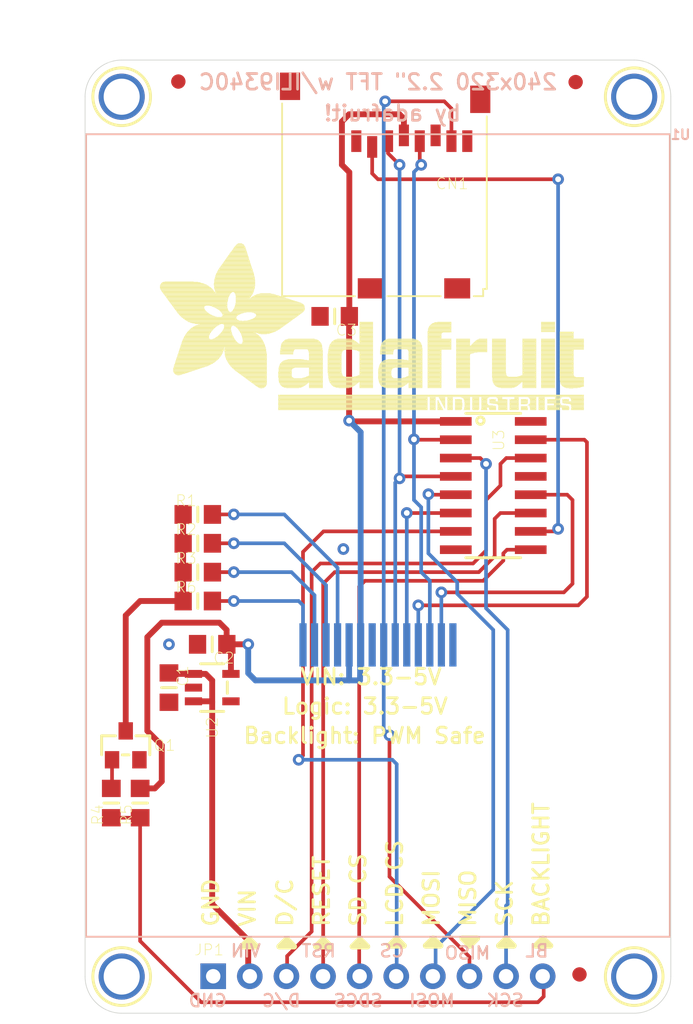
<source format=kicad_pcb>
(kicad_pcb (version 20211014) (generator pcbnew)
  (layers (0 "F.Cu" signal) (31 "B.Cu" signal) (34 "B.Paste" user) (35 "F.Paste" user) (36 "B.SilkS" user "B.Silkscreen") (37 "F.SilkS" user "F.Silkscreen") (38 "B.Mask" user) (39 "F.Mask" user) (44 "Edge.Cuts" user))
  (net 0 "")
  (net 1 "N$1")
  (net 2 "N$2")
  (net 3 "N$3")
  (net 4 "GND")
  (net 5 "3.3V")
  (net 6 "VIN")
  (net 7 "RESET_3V")
  (net 8 "SCLK_3V")
  (net 9 "MOSI_3V")
  (net 10 "LCDCS_3V")
  (net 11 "MISO")
  (net 12 "SDCS_3V")
  (net 13 "SCLK_5V")
  (net 14 "MOSI_5V")
  (net 15 "LCDCS_5V")
  (net 16 "SDCS_5V")
  (net 17 "RESET_5V")
  (net 18 "LEDK")
  (net 19 "BACKLIGHT")
  (net 20 "N$4")
  (net 21 "DC_5V")
  (net 22 "DC_3V")
  (net 23 "N$5")
  (footprint "Adafruit_2.2_SPI_240x320:MOUNTINGHOLE_2.5_PLATED" (layer "F.Cu") (at 166.2811 74.5236)
    (fp_text reference "U$3" hide)
    (fp_text value "MOUNTINGHOLE2.5" hide)
    (pad "P$1" thru_hole circle (at 0 0) (size 3.2 3.2) (drill 2.5) (layers *.Cu *.Mask))
  )
  (footprint "Adafruit_2.2_SPI_240x320:_0805MP" (layer "F.Cu") (at 136.0011 105.4636)
    (fp_text reference "R2" (at -1.5875 -0.9525) (layer "F.SilkS") (effects (font (size 0.75948 0.75948) (thickness 0.05332)) (justify left)))
    (fp_text value "10")
    (pad "1" smd rect (at -1.016 0) (size 1.2 1.3) (layers "F.Cu" "F.Paste" "F.Mask") (net 18 "LEDK"))
    (pad "2" smd rect (at 1.016 0) (size 1.2 1.3) (layers "F.Cu" "F.Paste" "F.Mask") (net 2 "N$2"))
  )
  (footprint "Adafruit_2.2_SPI_240x320:_0805MP" (layer "F.Cu") (at 145.5011 89.7416 180)
    (fp_text reference "C3" (at -1.5875 -0.9525) (layer "F.SilkS") (effects (font (size 0.75948 0.75948) (thickness 0.05332)) (justify right)))
    (fp_text value "10uF")
    (pad "1" smd rect (at -1.016 0 180) (size 1.2 1.3) (layers "F.Cu" "F.Paste" "F.Mask") (net 5 "3.3V"))
    (pad "2" smd rect (at 1.016 0 180) (size 1.2 1.3) (layers "F.Cu" "F.Paste" "F.Mask") (net 4 "GND"))
  )
  (footprint "Adafruit_2.2_SPI_240x320:MICROSD" (layer "F.Cu") (at 156.0011 88.2416 180)
    (fp_text reference "CN1" (at 1.18 7.69) (layer "F.SilkS") (effects (font (size 0.75948 0.75948) (thickness 0.05332)) (justify right)))
    (fp_text value "")
    (pad "1" smd rect (at 9 10.64 180) (size 0.7 1.5) (layers "F.Cu" "F.Paste" "F.Mask"))
    (pad "2" smd rect (at 7.9 10.24 180) (size 0.7 1.5) (layers "F.Cu" "F.Paste" "F.Mask") (net 12 "SDCS_3V"))
    (pad "3" smd rect (at 6.8 10.64 180) (size 0.7 1.5) (layers "F.Cu" "F.Paste" "F.Mask") (net 9 "MOSI_3V"))
    (pad "4" smd rect (at 5.7 11.04 180) (size 0.7 1.5) (layers "F.Cu" "F.Paste" "F.Mask") (net 5 "3.3V"))
    (pad "5" smd rect (at 4.6 10.64 180) (size 0.7 1.5) (layers "F.Cu" "F.Paste" "F.Mask") (net 8 "SCLK_3V"))
    (pad "6" smd rect (at 3.5 11.04 180) (size 0.7 1.5) (layers "F.Cu" "F.Paste" "F.Mask") (net 4 "GND"))
    (pad "7" smd rect (at 2.4 10.64 180) (size 0.7 1.5) (layers "F.Cu" "F.Paste" "F.Mask") (net 11 "MISO"))
    (pad "8" smd rect (at 1.3 10.64 180) (size 0.7 1.5) (layers "F.Cu" "F.Paste" "F.Mask"))
    (pad "CD1" smd rect (at 2 0.44 270) (size 1.4 1.8) (layers "F.Cu" "F.Paste" "F.Mask"))
    (pad "CD2" smd rect (at 8 0.44 270) (size 1.4 1.8) (layers "F.Cu" "F.Paste" "F.Mask"))
    (pad "MT1" smd rect (at 0.4 13.54 180) (size 1.4 1.9) (layers "F.Cu" "F.Paste" "F.Mask") (net 4 "GND"))
    (pad "MT2" smd rect (at 13.6 14.44 180) (size 1.4 1.9) (layers "F.Cu" "F.Paste" "F.Mask") (net 4 "GND"))
  )
  (footprint "Adafruit_2.2_SPI_240x320:_0805MP" (layer "F.Cu") (at 136.0011 107.4636)
    (fp_text reference "R3" (at -1.5875 -0.9525) (layer "F.SilkS") (effects (font (size 0.75948 0.75948) (thickness 0.05332)) (justify left)))
    (fp_text value "10")
    (pad "1" smd rect (at -1.016 0) (size 1.2 1.3) (layers "F.Cu" "F.Paste" "F.Mask") (net 18 "LEDK"))
    (pad "2" smd rect (at 1.016 0) (size 1.2 1.3) (layers "F.Cu" "F.Paste" "F.Mask") (net 3 "N$3"))
  )
  (footprint "Adafruit_2.2_SPI_240x320:_0805MP" (layer "F.Cu") (at 134.0011 115.4636 -90)
    (fp_text reference "C1" (at -1.5875 -0.9525 90) (layer "F.SilkS") (effects (font (size 0.75948 0.75948) (thickness 0.05332)) (justify right)))
    (fp_text value "10uF")
    (pad "1" smd rect (at -1.016 0 270) (size 1.2 1.3) (layers "F.Cu" "F.Paste" "F.Mask") (net 6 "VIN"))
    (pad "2" smd rect (at 1.016 0 270) (size 1.2 1.3) (layers "F.Cu" "F.Paste" "F.Mask") (net 4 "GND"))
  )
  (footprint "Adafruit_2.2_SPI_240x320:FIDUCIAL_1MM" (layer "F.Cu") (at 162.2171 73.5076)
    (fp_text reference "FID3" hide)
    (fp_text value "FIDUCIAL\"\"" hide)
    (pad "1" smd roundrect (at 0 0) (size 1 1) (layers "F.Cu" "F.Mask") (roundrect_rratio 0.5))
  )
  (footprint "Adafruit_2.2_SPI_240x320:FIDUCIAL_1MM" (layer "F.Cu") (at 134.6521 73.4716)
    (fp_text reference "FID2" hide)
    (fp_text value "FIDUCIAL\"\"" hide)
    (pad "1" smd roundrect (at 0 0) (size 1 1) (layers "F.Cu" "F.Mask") (roundrect_rratio 0.5))
  )
  (footprint "Adafruit_2.2_SPI_240x320:_0805MP" (layer "F.Cu") (at 137.0011 112.4636 180)
    (fp_text reference "C2" (at -1.5875 -0.9525) (layer "F.SilkS") (effects (font (size 0.75948 0.75948) (thickness 0.05332)) (justify right)))
    (fp_text value "10uF")
    (pad "1" smd rect (at -1.016 0 180) (size 1.2 1.3) (layers "F.Cu" "F.Paste" "F.Mask") (net 5 "3.3V"))
    (pad "2" smd rect (at 1.016 0 180) (size 1.2 1.3) (layers "F.Cu" "F.Paste" "F.Mask") (net 4 "GND"))
  )
  (footprint "Adafruit_2.2_SPI_240x320:SOT23-5" (layer "F.Cu") (at 137.0011 115.4636 -90)
    (fp_text reference "U2" (at 1.978 0 90) (layer "F.SilkS") (effects (font (size 0.75948 0.75948) (thickness 0.05332)) (justify right)))
    (fp_text value "RT9193-3.3")
    (pad "1" smd rect (at -0.95 1.3001 270) (size 0.55 1.2) (layers "F.Cu" "F.Paste" "F.Mask") (net 6 "VIN"))
    (pad "2" smd rect (at 0 1.3001 270) (size 0.55 1.2) (layers "F.Cu" "F.Paste" "F.Mask") (net 4 "GND"))
    (pad "3" smd rect (at 0.95 1.3001 270) (size 0.55 1.2) (layers "F.Cu" "F.Paste" "F.Mask") (net 6 "VIN"))
    (pad "4" smd rect (at 0.95 -1.3001 270) (size 0.55 1.2) (layers "F.Cu" "F.Paste" "F.Mask"))
    (pad "5" smd rect (at -0.95 -1.3001 270) (size 0.55 1.2) (layers "F.Cu" "F.Paste" "F.Mask") (net 5 "3.3V"))
  )
  (footprint "Adafruit_2.2_SPI_240x320:SOT23-WIDE" (layer "F.Cu") (at 131.0011 119.4636)
    (fp_text reference "Q1" (at 1.905 0) (layer "F.SilkS") (effects (font (size 0.75948 0.75948) (thickness 0.05332)) (justify left)))
    (fp_text value "2N2222")
    (pad "1" smd rect (at -0.95 1) (size 1 1.2) (layers "F.Cu" "F.Paste" "F.Mask") (net 20 "N$4"))
    (pad "2" smd rect (at 0.95 1) (size 1 1.2) (layers "F.Cu" "F.Paste" "F.Mask") (net 4 "GND"))
    (pad "3" smd rect (at 0 -1) (size 1 1.2) (layers "F.Cu" "F.Paste" "F.Mask") (net 18 "LEDK"))
  )
  (footprint "Adafruit_2.2_SPI_240x320:MOUNTINGHOLE_2.5_PLATED" (layer "F.Cu") (at 130.7211 74.5236)
    (fp_text reference "U$4" hide)
    (fp_text value "MOUNTINGHOLE2.5" hide)
    (pad "P$1" thru_hole circle (at 0 0) (size 3.2 3.2) (drill 2.5) (layers *.Cu *.Mask))
  )
  (footprint "Adafruit_2.2_SPI_240x320:MOUNTINGHOLE_2.5_PLATED" (layer "F.Cu") (at 166.2811 135.4836)
    (fp_text reference "U$5" hide)
    (fp_text value "MOUNTINGHOLE2.5" hide)
    (pad "P$1" thru_hole circle (at 0 0) (size 3.2 3.2) (drill 2.5) (layers *.Cu *.Mask))
  )
  (footprint "Adafruit_2.2_SPI_240x320:SOIC16" (layer "F.Cu") (at 156.5011 101.4636 -90)
    (fp_text reference "U3" (at -3.937 -0.381 90) (layer "F.SilkS") (effects (font (size 0.75948 0.75948) (thickness 0.05332)) (justify right)))
    (fp_text value "74HC4050D")
    (pad "1" smd rect (at -4.445 2.6 270) (size 0.6 2.2) (layers "F.Cu" "F.Paste" "F.Mask") (net 5 "3.3V"))
    (pad "2" smd rect (at -3.175 2.6 270) (size 0.6 2.2) (layers "F.Cu" "F.Paste" "F.Mask") (net 8 "SCLK_3V"))
    (pad "3" smd rect (at -1.905 2.6 270) (size 0.6 2.2) (layers "F.Cu" "F.Paste" "F.Mask") (net 13 "SCLK_5V"))
    (pad "4" smd rect (at -0.635 2.6 270) (size 0.6 2.2) (layers "F.Cu" "F.Paste" "F.Mask") (net 9 "MOSI_3V"))
    (pad "5" smd rect (at 0.635 2.6 270) (size 0.6 2.2) (layers "F.Cu" "F.Paste" "F.Mask") (net 14 "MOSI_5V"))
    (pad "6" smd rect (at 1.905 2.6 270) (size 0.6 2.2) (layers "F.Cu" "F.Paste" "F.Mask") (net 10 "LCDCS_3V"))
    (pad "7" smd rect (at 3.175 2.6 270) (size 0.6 2.2) (layers "F.Cu" "F.Paste" "F.Mask") (net 15 "LCDCS_5V"))
    (pad "8" smd rect (at 4.445 2.6 270) (size 0.6 2.2) (layers "F.Cu" "F.Paste" "F.Mask") (net 4 "GND"))
    (pad "9" smd rect (at 4.445 -2.6 270) (size 0.6 2.2) (layers "F.Cu" "F.Paste" "F.Mask") (net 16 "SDCS_5V"))
    (pad "10" smd rect (at 3.175 -2.6 270) (size 0.6 2.2) (layers "F.Cu" "F.Paste" "F.Mask") (net 12 "SDCS_3V"))
    (pad "11" smd rect (at 1.905 -2.6 270) (size 0.6 2.2) (layers "F.Cu" "F.Paste" "F.Mask") (net 17 "RESET_5V"))
    (pad "12" smd rect (at 0.635 -2.6 270) (size 0.6 2.2) (layers "F.Cu" "F.Paste" "F.Mask") (net 7 "RESET_3V"))
    (pad "13" smd rect (at -0.635 -2.6 270) (size 0.6 2.2) (layers "F.Cu" "F.Paste" "F.Mask"))
    (pad "14" smd rect (at -1.905 -2.6 270) (size 0.6 2.2) (layers "F.Cu" "F.Paste" "F.Mask") (net 21 "DC_5V"))
    (pad "15" smd rect (at -3.175 -2.6 270) (size 0.6 2.2) (layers "F.Cu" "F.Paste" "F.Mask") (net 22 "DC_3V"))
    (pad "16" smd rect (at -4.445 -2.6 270) (size 0.6 2.2) (layers "F.Cu" "F.Paste" "F.Mask"))
  )
  (footprint "Adafruit_2.2_SPI_240x320:1X10_ROUND70" (layer "F.Cu") (at 148.5011 135.4636)
    (fp_text reference "JP1" (at -12.7762 -1.8288) (layer "F.SilkS") (effects (font (size 0.75948 0.75948) (thickness 0.05332)) (justify left)))
    (fp_text value "")
    (pad "1" thru_hole rect (at -11.43 0 90) (size 1.778 1.778) (drill 1) (layers *.Cu *.Mask) (net 4 "GND"))
    (pad "2" thru_hole circle (at -8.89 0 90) (size 1.778 1.778) (drill 1) (layers *.Cu *.Mask) (net 6 "VIN"))
    (pad "3" thru_hole circle (at -6.35 0 90) (size 1.778 1.778) (drill 1) (layers *.Cu *.Mask) (net 21 "DC_5V"))
    (pad "4" thru_hole circle (at -3.81 0 90) (size 1.778 1.778) (drill 1) (layers *.Cu *.Mask) (net 17 "RESET_5V"))
    (pad "5" thru_hole circle (at -1.27 0 90) (size 1.778 1.778) (drill 1) (layers *.Cu *.Mask) (net 16 "SDCS_5V"))
    (pad "6" thru_hole circle (at 1.27 0 90) (size 1.778 1.778) (drill 1) (layers *.Cu *.Mask) (net 15 "LCDCS_5V"))
    (pad "7" thru_hole circle (at 3.81 0 90) (size 1.778 1.778) (drill 1) (layers *.Cu *.Mask) (net 14 "MOSI_5V"))
    (pad "8" thru_hole circle (at 6.35 0 90) (size 1.778 1.778) (drill 1) (layers *.Cu *.Mask) (net 11 "MISO"))
    (pad "9" thru_hole circle (at 8.89 0 90) (size 1.778 1.778) (drill 1) (layers *.Cu *.Mask) (net 13 "SCLK_5V"))
    (pad "10" thru_hole circle (at 11.43 0 90) (size 1.778 1.778) (drill 1) (layers *.Cu *.Mask) (net 19 "BACKLIGHT"))
  )
  (footprint "Adafruit_2.2_SPI_240x320:FIDUCIAL_1MM" (layer "F.Cu") (at 162.4851 135.3366)
    (fp_text reference "FID1" hide)
    (fp_text value "FIDUCIAL\"\"" hide)
    (pad "1" smd roundrect (at 0 0) (size 1 1) (layers "F.Cu" "F.Mask") (roundrect_rratio 0.5))
  )
  (footprint "Adafruit_2.2_SPI_240x320:_0805MP" (layer "F.Cu") (at 136.0011 103.4636)
    (fp_text reference "R1" (at -1.5875 -0.9525) (layer "F.SilkS") (effects (font (size 0.75948 0.75948) (thickness 0.05332)) (justify left)))
    (fp_text value "10")
    (pad "1" smd rect (at -1.016 0) (size 1.2 1.3) (layers "F.Cu" "F.Paste" "F.Mask") (net 18 "LEDK"))
    (pad "2" smd rect (at 1.016 0) (size 1.2 1.3) (layers "F.Cu" "F.Paste" "F.Mask") (net 1 "N$1"))
  )
  (footprint "Adafruit_2.2_SPI_240x320:ADAFRUIT_TEXT_30MM" (layer "F.Cu") (at 133.1361 96.2256)
    (fp_text reference "U$20" hide)
    (fp_text value "" hide)
  )
  (footprint "Adafruit_2.2_SPI_240x320:MOUNTINGHOLE_2.5_PLATED" (layer "F.Cu") (at 130.7211 135.4836)
    (fp_text reference "U$2" hide)
    (fp_text value "MOUNTINGHOLE2.5" hide)
    (pad "P$1" thru_hole circle (at 0 0) (size 3.2 3.2) (drill 2.5) (layers *.Cu *.Mask))
  )
  (footprint "Adafruit_2.2_SPI_240x320:_0805MP" (layer "F.Cu") (at 136.0011 109.4636)
    (fp_text reference "R6" (at -1.5875 -0.9525) (layer "F.SilkS") (effects (font (size 0.75948 0.75948) (thickness 0.05332)) (justify left)))
    (fp_text value "10")
    (pad "1" smd rect (at -1.016 0) (size 1.2 1.3) (layers "F.Cu" "F.Paste" "F.Mask") (net 18 "LEDK"))
    (pad "2" smd rect (at 1.016 0) (size 1.2 1.3) (layers "F.Cu" "F.Paste" "F.Mask") (net 23 "N$5"))
  )
  (footprint "Adafruit_2.2_SPI_240x320:_0805MP" (layer "F.Cu") (at 130.0011 123.4636 90)
    (fp_text reference "R4" (at -1.5875 -0.9525 90) (layer "F.SilkS") (effects (font (size 0.75948 0.75948) (thickness 0.05332)) (justify left)))
    (fp_text value "1K")
    (pad "1" smd rect (at -1.016 0 90) (size 1.2 1.3) (layers "F.Cu" "F.Paste" "F.Mask") (net 19 "BACKLIGHT"))
    (pad "2" smd rect (at 1.016 0 90) (size 1.2 1.3) (layers "F.Cu" "F.Paste" "F.Mask") (net 20 "N$4"))
  )
  (footprint "Adafruit_2.2_SPI_240x320:_0805MP" (layer "F.Cu") (at 132.0011 123.4636 90)
    (fp_text reference "R5" (at -1.5875 -0.9525 90) (layer "F.SilkS") (effects (font (size 0.75948 0.75948) (thickness 0.05332)) (justify left)))
    (fp_text value "10K")
    (pad "1" smd rect (at -1.016 0 90) (size 1.2 1.3) (layers "F.Cu" "F.Paste" "F.Mask") (net 19 "BACKLIGHT"))
    (pad "2" smd rect (at 1.016 0 90) (size 1.2 1.3) (layers "F.Cu" "F.Paste" "F.Mask") (net 5 "3.3V"))
  )
  (footprint "Adafruit_2.2_SPI_240x320:TM022HDH26_2.2IN_LCD" (layer "B.Cu") (at 148.5011 102.8446 180)
    (fp_text reference "U1" (at -20.233 26.081) (layer "B.SilkS") (effects (font (size 0.666496 0.666496) (thickness 0.146304)) (justify right top mirror)))
    (fp_text value "")
    (pad "" np_thru_hole circle (at -6.65 -10.01 180) (size 1 1) (drill 1) (layers *.Cu *.Mask))
    (pad "" np_thru_hole circle (at -18.5 -26.58 180) (size 1 1) (drill 1) (layers *.Cu *.Mask))
    (pad "" np_thru_hole circle (at 6.65 -10.01 180) (size 1 1) (drill 1) (layers *.Cu *.Mask))
    (pad "" np_thru_hole circle (at -18.5 19.92 180) (size 1 1) (drill 1) (layers *.Cu *.Mask))
    (pad "" np_thru_hole circle (at 18.5 -26.58 180) (size 1 1) (drill 1) (layers *.Cu *.Mask))
    (pad "" np_thru_hole circle (at 18.5 19.92 180) (size 1 1) (drill 1) (layers *.Cu *.Mask))
    (pad "1" smd rect (at -5.2 -9.66 180) (size 0.5 3) (layers "B.Cu" "B.Paste" "B.Mask") (net 4 "GND"))
    (pad "2" smd rect (at -4.4 -9.66 180) (size 0.5 3) (layers "B.Cu" "B.Paste" "B.Mask") (net 7 "RESET_3V"))
    (pad "3" smd rect (at -3.6 -9.66 180) (size 0.5 3) (layers "B.Cu" "B.Paste" "B.Mask") (net 8 "SCLK_3V"))
    (pad "4" smd rect (at -2.8 -9.66 180) (size 0.5 3) (layers "B.Cu" "B.Paste" "B.Mask") (net 22 "DC_3V"))
    (pad "5" smd rect (at -2 -9.66 180) (size 0.5 3) (layers "B.Cu" "B.Paste" "B.Mask") (net 10 "LCDCS_3V"))
    (pad "6" smd rect (at -1.2 -9.66 180) (size 0.5 3) (layers "B.Cu" "B.Paste" "B.Mask") (net 9 "MOSI_3V"))
    (pad "7" smd rect (at -0.4 -9.66 180) (size 0.5 3) (layers "B.Cu" "B.Paste" "B.Mask") (net 11 "MISO"))
    (pad "8" smd rect (at 0.4 -9.66 180) (size 0.5 3) (layers "B.Cu" "B.Paste" "B.Mask") (net 4 "GND"))
    (pad "9" smd rect (at 1.2 -9.66 180) (size 0.5 3) (layers "B.Cu" "B.Paste" "B.Mask") (net 5 "3.3V"))
    (pad "10" smd rect (at 2 -9.66 180) (size 0.5 3) (layers "B.Cu" "B.Paste" "B.Mask") (net 5 "3.3V"))
    (pad "11" smd rect (at 2.8 -9.66 180) (size 0.5 3) (layers "B.Cu" "B.Paste" "B.Mask") (net 1 "N$1"))
    (pad "12" smd rect (at 3.6 -9.66 180) (size 0.5 3) (layers "B.Cu" "B.Paste" "B.Mask") (net 2 "N$2"))
    (pad "13" smd rect (at 4.4 -9.66 180) (size 0.5 3) (layers "B.Cu" "B.Paste" "B.Mask") (net 3 "N$3"))
    (pad "14" smd rect (at 5.2 -9.66 180) (size 0.5 3) (layers "B.Cu" "B.Paste" "B.Mask") (net 23 "N$5"))
  )
  (gr_line (start 145.2191 133.3996) (end 144.7111 132.8916) (layer "F.SilkS") (width 0.4064))
  (gr_line (start 160.4591 133.3456) (end 159.9511 132.8376) (layer "F.SilkS") (width 0.4064))
  (gr_line (start 142.6791 133.3996) (end 142.1711 132.8916) (layer "F.SilkS") (width 0.4064))
  (gr_line (start 147.2511 132.8916) (end 146.7431 133.3996) (layer "F.SilkS") (width 0.4064))
  (gr_line (start 147.7591 133.3996) (end 147.2511 132.8916) (layer "F.SilkS") (width 0.4064))
  (gr_line (start 149.2831 133.3456) (end 150.2991 133.3456) (layer "F.SilkS") (width 0.4064))
  (gr_line (start 144.2031 133.3996) (end 145.2191 133.3996) (layer "F.SilkS") (width 0.4064))
  (gr_line (start 159.9511 132.8376) (end 159.4431 133.3456) (layer "F.SilkS") (width 0.4064))
  (gr_line (start 155.3791 132.8376) (end 154.3631 132.8376) (layer "F.SilkS") (width 0.4064))
  (gr_line (start 156.9031 133.3456) (end 157.9191 133.3456) (layer "F.SilkS") (width 0.4064))
  (gr_line (start 141.6631 133.3996) (end 142.6791 133.3996) (layer "F.SilkS") (width 0.4064))
  (gr_line (start 150.2991 133.3456) (end 149.7911 132.8376) (layer "F.SilkS") (width 0.4064))
  (gr_line (start 152.8391 133.3456) (end 152.3311 132.8376) (layer "F.SilkS") (width 0.4064))
  (gr_line (start 139.0631 133.3996) (end 140.0791 133.3996) (layer "F.SilkS") (width 0.4064))
  (gr_line (start 140.0791 133.3996) (end 139.5711 132.8916) (layer "F.SilkS") (width 0.4064))
  (gr_line (start 159.4431 133.3456) (end 160.4591 133.3456) (layer "F.SilkS") (width 0.4064))
  (gr_line (start 149.7911 132.8376) (end 149.2831 133.3456) (layer "F.SilkS") (width 0.4064))
  (gr_line (start 154.3631 132.8376) (end 154.8711 133.3456) (layer "F.SilkS") (width 0.4064))
  (gr_line (start 146.7431 133.3996) (end 147.7591 133.3996) (layer "F.SilkS") (width 0.4064))
  (gr_line (start 151.8231 133.3456) (end 152.8391 133.3456) (layer "F.SilkS") (width 0.4064))
  (gr_line (start 152.3311 132.8376) (end 151.8231 133.3456) (layer "F.SilkS") (width 0.4064))
  (gr_line (start 157.9191 133.3456) (end 157.4111 132.8376) (layer "F.SilkS") (width 0.4064))
  (gr_line (start 142.1711 132.8916) (end 141.6631 133.3996) (layer "F.SilkS") (width 0.4064))
  (gr_line (start 144.7111 132.8916) (end 144.2031 133.3996) (layer "F.SilkS") (width 0.4064))
  (gr_line (start 139.5711 132.8916) (end 139.0631 133.3996) (layer "F.SilkS") (width 0.4064))
  (gr_line (start 154.8711 133.3456) (end 155.3791 132.8376) (layer "F.SilkS") (width 0.4064))
  (gr_line (start 157.4111 132.8376) (end 156.9031 133.3456) (layer "F.SilkS") (width 0.4064))
  (gr_arc (start 168.8211 135.4836) (mid 168.077151 137.279651) (end 166.2811 138.0236) (layer "Edge.Cuts") (width 0.05))
  (gr_arc (start 128.1811 74.5236) (mid 128.925049 72.727549) (end 130.7211 71.9836) (layer "Edge.Cuts") (width 0.05))
  (gr_line (start 168.8211 135.4836) (end 168.8211 74.5236) (layer "Edge.Cuts") (width 0.05))
  (gr_line (start 166.2811 71.9836) (end 130.7211 71.9836) (layer "Edge.Cuts") (width 0.05))
  (gr_arc (start 166.2811 71.9836) (mid 168.077151 72.727549) (end 168.8211 74.5236) (layer "Edge.Cuts") (width 0.05))
  (gr_arc (start 130.7211 138.0236) (mid 128.925049 137.279651) (end 128.1811 135.4836) (layer "Edge.Cuts") (width 0.05))
  (gr_line (start 130.7211 138.0236) (end 166.2811 138.0236) (layer "Edge.Cuts") (width 0.05))
  (gr_line (start 128.1811 74.5236) (end 128.1811 135.4836) (layer "Edge.Cuts") (width 0.05))
  (gr_text "D/C" (at 143.2131 137.6596) (layer "B.SilkS") (effects (font (size 0.8636 0.8636) (thickness 0.1524)) (justify left bottom mirror)))
  (gr_text "RST" (at 145.6591 134.2096) (layer "B.SilkS") (effects (font (size 0.8636 0.8636) (thickness 0.1524)) (justify left bottom mirror)))
  (gr_text "SDCS" (at 148.9131 137.6596) (layer "B.SilkS") (effects (font (size 0.8636 0.8636) (thickness 0.1524)) (justify left bottom mirror)))
  (gr_text "BL" (at 160.4131 134.2096) (layer "B.SilkS") (effects (font (size 0.8636 0.8636) (thickness 0.1524)) (justify left bottom mirror)))
  (gr_text "240x320 2.2\" TFT w/ILI9340C" (at 148.5011 73.5076) (layer "B.SilkS") (effects (font (size 1.0795 1.0795) (thickness 0.1905)) (justify mirror)))
  (gr_text "GND" (at 138.1131 137.6596) (layer "B.SilkS") (effects (font (size 0.8636 0.8636) (thickness 0.1524)) (justify left bottom mirror)))
  (gr_text "VIN" (at 140.4591 134.2096) (layer "B.SilkS") (effects (font (size 0.8636 0.8636) (thickness 0.1524)) (justify left bottom mirror)))
  (gr_text "CS" (at 150.4131 134.2096) (layer "B.SilkS") (effects (font (size 0.8636 0.8636) (thickness 0.1524)) (justify left bottom mirror)))
  (gr_text "MISO" (at 156.3731 134.3576) (layer "B.SilkS") (effects (font (size 0.8636 0.8636) (thickness 0.1524)) (justify left bottom mirror)))
  (gr_text "by adafruit!" (at 149.5171 75.6666) (layer "B.SilkS") (effects (font (size 1.0795 1.0795) (thickness 0.1905)) (justify mirror)))
  (gr_text "MOSI" (at 153.9131 137.6596) (layer "B.SilkS") (effects (font (size 0.8636 0.8636) (thickness 0.1524)) (justify left bottom mirror)))
  (gr_text "SCK" (at 158.7071 137.6386) (layer "B.SilkS") (effects (font (size 0.8636 0.8636) (thickness 0.1524)) (justify left bottom mirror)))
  (gr_text "BACKLIGHT" (at 160.4591 132.1296 90) (layer "F.SilkS") (effects (font (size 1.0795 1.0795) (thickness 0.1905)) (justify left bottom)))
  (gr_text "Backlight: PWM Safe" (at 139.0741 119.4216) (layer "F.SilkS") (effects (font (size 1.0795 1.0795) (thickness 0.1905)) (justify left bottom)))
  (gr_text "Logic: 3.3-5V" (at 141.7411 117.3896) (layer "F.SilkS") (effects (font (size 1.0795 1.0795) (thickness 0.1905)) (justify left bottom)))
  (gr_text "D/C" (at 142.6791 132.1296 90) (layer "F.SilkS") (effects (font (size 1.0795 1.0795) (thickness 0.1905)) (justify left bottom)))
  (gr_text "GND" (at 137.5391 132.1296 90) (layer "F.SilkS") (effects (font (size 1.0795 1.0795) (thickness 0.1905)) (justify left bottom)))
  (gr_text "RESET" (at 145.2191 132.1296 90) (layer "F.SilkS") (effects (font (size 1.0795 1.0795) (thickness 0.1905)) (justify left bottom)))
  (gr_text "LCD CS" (at 150.2991 132.1296 90) (layer "F.SilkS") (effects (font (size 1.0795 1.0795) (thickness 0.1905)) (justify left bottom)))
  (gr_text "MISO" (at 155.3791 132.1296 90) (layer "F.SilkS") (effects (font (size 1.0795 1.0795) (thickness 0.1905)) (justify left bottom)))
  (gr_text "SCK" (at 157.9191 132.1296 90) (layer "F.SilkS") (effects (font (size 1.0795 1.0795) (thickness 0.1905)) (justify left bottom)))
  (gr_text "SD CS" (at 147.7591 132.1296 90) (layer "F.SilkS") (effects (font (size 1.0795 1.0795) (thickness 0.1905)) (justify left bottom)))
  (gr_text "VIN: 3.3-5V" (at 143.0111 115.3576) (layer "F.SilkS") (effects (font (size 1.0795 1.0795) (thickness 0.1905)) (justify left bottom)))
  (gr_text "MOSI" (at 152.8391 132.1296 90) (layer "F.SilkS") (effects (font (size 1.0795 1.0795) (thickness 0.1905)) (justify left bottom)))
  (gr_text "VIN" (at 140.0791 132.1296 90) (layer "F.SilkS") (effects (font (size 1.0795 1.0795) (thickness 0.1905)) (justify left bottom)))
  (segment (start 138.5011 103.4636) (end 137.0171 103.4636) (width 0.254) (layer "F.Cu") (net 1))
  (via (at 138.5011 103.4636) (size 0.8064) (drill 0.4) (layers "F.Cu" "B.Cu") (net 1))
  (segment (start 142.0011 103.4636) (end 138.5011 103.4636) (width 0.254) (layer "B.Cu") (net 1))
  (segment (start 145.7011 107.1636) (end 142.0011 103.4636) (width 0.254) (layer "B.Cu") (net 1))
  (segment (start 145.7011 112.5046) (end 145.7011 107.1636) (width 0.254) (layer "B.Cu") (net 1))
  (segment (start 138.5011 105.4636) (end 137.0171 105.4636) (width 0.254) (layer "F.Cu") (net 2))
  (via (at 138.5011 105.4636) (size 0.8064) (drill 0.4) (layers "F.Cu" "B.Cu") (net 2))
  (segment (start 144.9011 112.5046) (end 144.9011 108.3636) (width 0.254) (layer "B.Cu") (net 2))
  (segment (start 142.0011 105.4636) (end 138.5011 105.4636) (width 0.254) (layer "B.Cu") (net 2))
  (segment (start 144.9011 108.3636) (end 142.0011 105.4636) (width 0.254) (layer "B.Cu") (net 2))
  (segment (start 138.5011 107.4636) (end 137.0171 107.4636) (width 0.254) (layer "F.Cu") (net 3))
  (via (at 138.5011 107.4636) (size 0.8064) (drill 0.4) (layers "F.Cu" "B.Cu") (net 3))
  (segment (start 142.5011 107.4636) (end 138.5011 107.4636) (width 0.254) (layer "B.Cu") (net 3))
  (segment (start 144.1011 112.5046) (end 144.1011 109.0636) (width 0.254) (layer "B.Cu") (net 3))
  (segment (start 144.1011 109.0636) (end 142.5011 107.4636) (width 0.254) (layer "B.Cu") (net 3))
  (via (at 134.0011 112.4636) (size 0.8064) (drill 0.4) (layers "F.Cu" "B.Cu") (net 4))
  (via (at 146.1011 105.8636) (size 0.8064) (drill 0.4) (layers "F.Cu" "B.Cu") (net 4))
  (segment (start 133.0171 122.4476) (end 133.5011 121.9636) (width 0.4064) (layer "F.Cu") (net 5))
  (segment (start 138.3012 114.5136) (end 138.3012 112.7477) (width 0.4064) (layer "F.Cu") (net 5))
  (segment (start 132.5011 111.9636) (end 133.5011 110.9636) (width 0.4064) (layer "F.Cu") (net 5))
  (segment (start 146.5011 89.7576) (end 146.5171 89.7416) (width 0.4064) (layer "F.Cu") (net 5))
  (segment (start 138.0011 111.4636) (end 138.0011 112.4476) (width 0.4064) (layer "F.Cu") (net 5))
  (segment (start 133.5011 110.9636) (end 137.5011 110.9636) (width 0.4064) (layer "F.Cu") (net 5))
  (segment (start 150.3011 77.2016) (end 150.3011 76.0416) (width 0.4064) (layer "F.Cu") (net 5))
  (segment (start 137.5011 110.9636) (end 138.0011 111.4636) (width 0.4064) (layer "F.Cu") (net 5))
  (segment (start 146.5171 79.7576) (end 146.0011 79.2416) (width 0.4064) (layer "F.Cu") (net 5))
  (segment (start 146.5171 89.7416) (end 146.5171 79.7576) (width 0.4064) (layer "F.Cu") (net 5))
  (segment (start 133.5011 121.9636) (end 133.5011 119.4636) (width 0.4064) (layer "F.Cu") (net 5))
  (segment (start 146.5011 96.9636) (end 146.5011 89.7576) (width 0.4064) (layer "F.Cu") (net 5))
  (segment (start 146.0011 79.2416) (end 146.0011 76.2416) (width 0.4064) (layer "F.Cu") (net 5))
  (segment (start 146.5561 97.0186) (end 146.5011 96.9636) (width 0.4064) (layer "F.Cu") (net 5))
  (segment (start 138.0011 112.4476) (end 138.0171 112.4636) (width 0.4064) (layer "F.Cu") (net 5))
  (segment (start 153.9011 97.0186) (end 146.5561 97.0186) (width 0.4064) (layer "F.Cu") (net 5))
  (segment (start 138.3012 112.7477) (end 138.0171 112.4636) (width 0.4064) (layer "F.Cu") (net 5))
  (segment (start 133.5011 119.4636) (end 132.5011 118.4636) (width 0.4064) (layer "F.Cu") (net 5))
  (segment (start 146.0011 76.2416) (end 146.5011 75.7416) (width 0.4064) (layer "F.Cu") (net 5))
  (segment (start 139.5011 112.4636) (end 138.0171 112.4636) (width 0.4064) (layer "F.Cu") (net 5))
  (segment (start 150.3011 76.0416) (end 150.0011 75.7416) (width 0.4064) (layer "F.Cu") (net 5))
  (segment (start 132.0011 122.4476) (end 133.0171 122.4476) (width 0.4064) (layer "F.Cu") (net 5))
  (segment (start 146.5011 75.7416) (end 150.0011 75.7416) (width 0.4064) (layer "F.Cu") (net 5))
  (segment (start 132.5011 118.4636) (end 132.5011 111.9636) (width 0.4064) (layer "F.Cu") (net 5))
  (via (at 146.5011 96.9636) (size 0.8064) (drill 0.4) (layers "F.Cu" "B.Cu") (net 5))
  (via (at 139.5011 112.4636) (size 0.8064) (drill 0.4) (layers "F.Cu" "B.Cu") (net 5))
  (segment (start 139.5011 114.4636) (end 139.5011 112.4636) (width 0.4064) (layer "B.Cu") (net 5))
  (segment (start 147.3011 112.5046) (end 147.3011 97.7636) (width 0.4064) (layer "B.Cu") (net 5))
  (segment (start 147.2551 114.9636) (end 146.5011 114.9636) (width 0.4064) (layer "B.Cu") (net 5))
  (segment (start 147.3011 97.7636) (end 146.5011 96.9636) (width 0.4064) (layer "B.Cu") (net 5))
  (segment (start 146.5011 112.5046) (end 146.5011 114.9636) (width 0.4064) (layer "B.Cu") (net 5))
  (segment (start 140.0011 114.9636) (end 139.5011 114.4636) (width 0.4064) (layer "B.Cu") (net 5))
  (segment (start 147.3011 112.5046) (end 147.2551 114.9636) (width 0.4064) (layer "B.Cu") (net 5))
  (segment (start 146.5011 114.9636) (end 140.0011 114.9636) (width 0.4064) (layer "B.Cu") (net 5))
  (segment (start 135.701 116.4136) (end 136.9511 116.4136) (width 0.4064) (layer "F.Cu") (net 6))
  (segment (start 134.0671 114.5136) (end 134.0011 114.4476) (width 0.4064) (layer "F.Cu") (net 6))
  (segment (start 136.9511 116.4136) (end 137.0011 116.4636) (width 0.4064) (layer "F.Cu") (net 6))
  (segment (start 135.701 114.5136) (end 134.0671 114.5136) (width 0.4064) (layer "F.Cu") (net 6))
  (segment (start 137.0011 114.9636) (end 137.0011 116.4636) (width 0.4064) (layer "F.Cu") (net 6))
  (segment (start 139.5011 135.3536) (end 139.6111 135.4636) (width 0.4064) (layer "F.Cu") (net 6))
  (segment (start 139.5011 132.9636) (end 139.5011 135.3536) (width 0.4064) (layer "F.Cu") (net 6))
  (segment (start 135.701 114.5136) (end 136.5511 114.5136) (width 0.4064) (layer "F.Cu") (net 6))
  (segment (start 137.0011 130.4636) (end 139.5011 132.9636) (width 0.4064) (layer "F.Cu") (net 6))
  (segment (start 137.0011 116.4636) (end 137.0011 130.4636) (width 0.4064) (layer "F.Cu") (net 6))
  (segment (start 136.5511 114.5136) (end 137.0011 114.9636) (width 0.4064) (layer "F.Cu") (net 6))
  (segment (start 162.0011 108.2636) (end 161.4011 108.8636) (width 0.254) (layer "F.Cu") (net 7))
  (segment (start 152.9011 108.8636) (end 161.4011 108.8636) (width 0.254) (layer "F.Cu") (net 7))
  (segment (start 159.1011 102.0986) (end 161.6361 102.0986) (width 0.254) (layer "F.Cu") (net 7))
  (segment (start 161.6361 102.0986) (end 162.0011 102.4636) (width 0.254) (layer "F.Cu") (net 7))
  (segment (start 162.0011 102.4636) (end 162.0011 108.2636) (width 0.254) (layer "F.Cu") (net 7))
  (via (at 152.9011 108.8636) (size 0.8064) (drill 0.4) (layers "F.Cu" "B.Cu") (net 7))
  (segment (start 152.9011 112.5046) (end 152.9011 108.8636) (width 0.254) (layer "B.Cu") (net 7))
  (segment (start 151.4011 79.1416) (end 151.5011 79.2416) (width 0.254) (layer "F.Cu") (net 8))
  (segment (start 151.1761 98.2886) (end 151.0011 98.2636) (width 0.254) (layer "F.Cu") (net 8))
  (segment (start 153.9011 98.2886) (end 151.1761 98.2886) (width 0.254) (layer "F.Cu") (net 8))
  (segment (start 151.4011 77.6016) (end 151.4011 79.1416) (width 0.254) (layer "F.Cu") (net 8))
  (via (at 151.0011 98.2636) (size 0.8064) (drill 0.4) (layers "F.Cu" "B.Cu") (net 8))
  (via (at 151.5011 79.2416) (size 0.8064) (drill 0.4) (layers "F.Cu" "B.Cu") (net 8))
  (segment (start 151.0011 102.4636) (end 151.0011 98.2636) (width 0.254) (layer "B.Cu") (net 8))
  (segment (start 151.5011 79.2416) (end 151.0011 79.7416) (width 0.254) (layer "B.Cu") (net 8))
  (segment (start 151.0011 102.4636) (end 151.5011 102.9636) (width 0.254) (layer "B.Cu") (net 8))
  (segment (start 151.5011 102.9636) (end 151.5011 107.4636) (width 0.254) (layer "B.Cu") (net 8))
  (segment (start 151.0011 79.7416) (end 151.0011 98.2636) (width 0.254) (layer "B.Cu") (net 8))
  (segment (start 151.5011 107.4636) (end 152.1011 108.0636) (width 0.254) (layer "B.Cu") (net 8))
  (segment (start 152.1011 112.5046) (end 152.1011 108.0636) (width 0.254) (layer "B.Cu") (net 8))
  (segment (start 150.1361 100.8286) (end 150.0011 100.9636) (width 0.254) (layer "F.Cu") (net 9))
  (segment (start 153.9011 100.8286) (end 150.1361 100.8286) (width 0.254) (layer "F.Cu") (net 9))
  (segment (start 149.2011 78.4416) (end 150.0011 79.2416) (width 0.254) (layer "F.Cu") (net 9))
  (segment (start 149.2011 77.6016) (end 149.2011 78.4416) (width 0.254) (layer "F.Cu") (net 9))
  (via (at 150.0011 79.2416) (size 0.8064) (drill 0.4) (layers "F.Cu" "B.Cu") (net 9))
  (via (at 150.0011 100.9636) (size 0.8064) (drill 0.4) (layers "F.Cu" "B.Cu") (net 9))
  (segment (start 150.0011 79.2416) (end 150.0011 100.9636) (width 0.254) (layer "B.Cu") (net 9))
  (segment (start 149.7011 112.5046) (end 149.7011 101.2636) (width 0.254) (layer "B.Cu") (net 9))
  (segment (start 149.7011 101.2636) (end 150.0011 100.9636) (width 0.254) (layer "B.Cu") (net 9))
  (segment (start 150.7961 103.3686) (end 150.5011 103.3636) (width 0.254) (layer "F.Cu") (net 10))
  (segment (start 153.9011 103.3686) (end 150.7961 103.3686) (width 0.254) (layer "F.Cu") (net 10))
  (via (at 150.5011 103.3636) (size 0.8064) (drill 0.4) (layers "F.Cu" "B.Cu") (net 10))
  (segment (start 150.5011 112.5046) (end 150.5011 103.3636) (width 0.254) (layer "B.Cu") (net 10))
  (segment (start 149.3011 118.7636) (end 149.3011 128.5636) (width 0.254) (layer "F.Cu") (net 11))
  (segment (start 153.6011 77.6016) (end 153.6011 75.3416) (width 0.254) (layer "F.Cu") (net 11))
  (segment (start 149.0011 74.8416) (end 153.1011 74.8416) (width 0.254) (layer "F.Cu") (net 11))
  (segment (start 154.8511 134.1136) (end 154.8511 135.4636) (width 0.254) (layer "F.Cu") (net 11))
  (segment (start 149.3011 128.5636) (end 154.8511 134.1136) (width 0.254) (layer "F.Cu") (net 11))
  (segment (start 153.6011 75.3416) (end 153.1011 74.8416) (width 0.254) (layer "F.Cu") (net 11))
  (via (at 149.0011 74.8416) (size 0.8064) (drill 0.4) (layers "F.Cu" "B.Cu") (net 11))
  (via (at 149.3011 118.7636) (size 0.8064) (drill 0.4) (layers "F.Cu" "B.Cu") (net 11))
  (segment (start 148.9011 112.5046) (end 148.9011 118.3636) (width 0.254) (layer "B.Cu") (net 11))
  (segment (start 148.9011 118.3636) (end 149.3011 118.7636) (width 0.254) (layer "B.Cu") (net 11))
  (segment (start 148.9011 74.9416) (end 149.0011 74.8416) (width 0.254) (layer "B.Cu") (net 11))
  (segment (start 148.9011 112.5046) (end 148.9011 74.9416) (width 0.254) (layer "B.Cu") (net 11))
  (segment (start 148.1011 78.0016) (end 148.1011 79.8416) (width 0.254) (layer "F.Cu") (net 12))
  (segment (start 159.1011 104.6386) (end 160.8261 104.6386) (width 0.254) (layer "F.Cu") (net 12))
  (segment (start 160.8261 104.6386) (end 161.0011 104.4636) (width 0.254) (layer "F.Cu") (net 12))
  (segment (start 148.5011 80.2416) (end 161.0011 80.2416) (width 0.254) (layer "F.Cu") (net 12))
  (segment (start 148.1011 79.8416) (end 148.5011 80.2416) (width 0.254) (layer "F.Cu") (net 12))
  (via (at 161.0011 80.2416) (size 0.8064) (drill 0.4) (layers "F.Cu" "B.Cu") (net 12))
  (via (at 161.0011 104.4636) (size 0.8064) (drill 0.4) (layers "F.Cu" "B.Cu") (net 12))
  (segment (start 161.0011 80.2416) (end 161.0011 104.4636) (width 0.254) (layer "B.Cu") (net 12))
  (segment (start 155.5961 99.5586) (end 156.0011 99.9636) (width 0.254) (layer "F.Cu") (net 13))
  (segment (start 153.9011 99.5586) (end 155.5961 99.5586) (width 0.254) (layer "F.Cu") (net 13))
  (via (at 156.0011 99.9636) (size 0.8064) (drill 0.4) (layers "F.Cu" "B.Cu") (net 13))
  (segment (start 156.0011 109.9636) (end 157.5011 111.4636) (width 0.254) (layer "B.Cu") (net 13))
  (segment (start 157.5011 111.4636) (end 157.5011 130.4636) (width 0.254) (layer "B.Cu") (net 13))
  (segment (start 157.3911 130.5736) (end 157.3911 135.4636) (width 0.254) (layer "B.Cu") (net 13))
  (segment (start 157.5011 130.4636) (end 157.3911 130.5736) (width 0.254) (layer "B.Cu") (net 13))
  (segment (start 156.0011 99.9636) (end 156.0011 109.9636) (width 0.254) (layer "B.Cu") (net 13))
  (segment (start 153.9011 102.0986) (end 152.1361 102.0986) (width 0.254) (layer "F.Cu") (net 14))
  (segment (start 152.1361 102.0986) (end 152.0011 102.0636) (width 0.254) (layer "F.Cu") (net 14))
  (via (at 152.0011 102.0636) (size 0.8064) (drill 0.4) (layers "F.Cu" "B.Cu") (net 14))
  (segment (start 154.0011 108.9636) (end 154.0011 108.1636) (width 0.254) (layer "B.Cu") (net 14))
  (segment (start 156.5011 111.4636) (end 156.5011 129.4636) (width 0.254) (layer "B.Cu") (net 14))
  (segment (start 154.0011 108.9636) (end 156.5011 111.4636) (width 0.254) (layer "B.Cu") (net 14))
  (segment (start 152.5011 135.2736) (end 152.3111 135.4636) (width 0.254) (layer "B.Cu") (net 14))
  (segment (start 152.0011 106.1636) (end 154.0011 108.1636) (width 0.254) (layer "B.Cu") (net 14))
  (segment (start 152.5011 133.4636) (end 152.5011 135.2736) (width 0.254) (layer "B.Cu") (net 14))
  (segment (start 156.5011 129.4636) (end 152.5011 133.4636) (width 0.254) (layer "B.Cu") (net 14))
  (segment (start 152.0011 102.0636) (end 152.0011 106.1636) (width 0.254) (layer "B.Cu") (net 14))
  (segment (start 144.7261 104.6386) (end 143.3011 106.0636) (width 0.254) (layer "F.Cu") (net 15))
  (segment (start 143.3011 106.0636) (end 143.3011 120.1636) (width 0.254) (layer "F.Cu") (net 15))
  (segment (start 153.9011 104.6386) (end 144.7261 104.6386) (width 0.254) (layer "F.Cu") (net 15))
  (segment (start 143.3011 120.1636) (end 143.0011 120.4636) (width 0.254) (layer "F.Cu") (net 15))
  (via (at 143.0011 120.4636) (size 0.8064) (drill 0.4) (layers "F.Cu" "B.Cu") (net 15))
  (segment (start 149.5011 120.4636) (end 149.8011 120.7636) (width 0.254) (layer "B.Cu") (net 15))
  (segment (start 143.0011 120.4636) (end 149.5011 120.4636) (width 0.254) (layer "B.Cu") (net 15))
  (segment (start 149.8011 135.4336) (end 149.7711 135.4636) (width 0.254) (layer "B.Cu") (net 15))
  (segment (start 149.8011 120.7636) (end 149.8011 135.4336) (width 0.254) (layer "B.Cu") (net 15))
  (segment (start 147.2011 135.4336) (end 147.2311 135.4636) (width 0.254) (layer "F.Cu") (net 16))
  (segment (start 155.8011 108.0636) (end 147.6011 108.0636) (width 0.254) (layer "F.Cu") (net 16))
  (segment (start 157.2011 106.6636) (end 155.8011 108.0636) (width 0.254) (layer "F.Cu") (net 16))
  (segment (start 157.4561 105.9086) (end 157.2011 106.1636) (width 0.254) (layer "F.Cu") (net 16))
  (segment (start 147.6011 108.0636) (end 147.2011 108.4636) (width 0.254) (layer "F.Cu") (net 16))
  (segment (start 159.1011 105.9086) (end 157.4561 105.9086) (width 0.254) (layer "F.Cu") (net 16))
  (segment (start 157.2011 106.1636) (end 157.2011 106.6636) (width 0.254) (layer "F.Cu") (net 16))
  (segment (start 147.2011 108.4636) (end 147.2011 135.4336) (width 0.254) (layer "F.Cu") (net 16))
  (segment (start 155.5011 107.4636) (end 145.5011 107.4636) (width 0.254) (layer "F.Cu") (net 17))
  (segment (start 156.9961 103.3686) (end 156.6011 103.7636) (width 0.254) (layer "F.Cu") (net 17))
  (segment (start 145.5011 107.4636) (end 144.7011 108.2636) (width 0.254) (layer "F.Cu") (net 17))
  (segment (start 156.6011 103.7636) (end 156.6011 106.3636) (width 0.254) (layer "F.Cu") (net 17))
  (segment (start 144.7011 108.2636) (end 144.7011 135.4536) (width 0.254) (layer "F.Cu") (net 17))
  (segment (start 159.1011 103.3686) (end 156.9961 103.3686) (width 0.254) (layer "F.Cu") (net 17))
  (segment (start 156.6011 106.3636) (end 155.5011 107.4636) (width 0.254) (layer "F.Cu") (net 17))
  (segment (start 144.7011 135.4536) (end 144.6911 135.4636) (width 0.254) (layer "F.Cu") (net 17))
  (segment (start 134.9851 109.4636) (end 132.0011 109.4636) (width 0.4064) (layer "F.Cu") (net 18))
  (segment (start 134.9851 105.4636) (end 134.9851 107.4636) (width 0.4064) (layer "F.Cu") (net 18))
  (segment (start 131.0011 110.4636) (end 131.0011 118.4636) (width 0.4064) (layer "F.Cu") (net 18))
  (segment (start 134.9851 107.4636) (end 134.9851 109.4636) (width 0.4064) (layer "F.Cu") (net 18))
  (segment (start 132.0011 109.4636) (end 131.0011 110.4636) (width 0.4064) (layer "F.Cu") (net 18))
  (segment (start 134.9851 103.4636) (end 134.9851 105.4636) (width 0.4064) (layer "F.Cu") (net 18))
  (segment (start 130.0011 124.4796) (end 132.0011 124.4796) (width 0.254) (layer "F.Cu") (net 19))
  (segment (start 160.0011 136.8636) (end 160.0011 135.5336) (width 0.254) (layer "F.Cu") (net 19))
  (segment (start 132.0011 133.0206) (end 136.2441 137.2636) (width 0.254) (layer "F.Cu") (net 19))
  (segment (start 160.0011 135.5336) (end 159.9311 135.4636) (width 0.254) (layer "F.Cu") (net 19))
  (segment (start 159.6011 137.2636) (end 160.0011 136.8636) (width 0.254) (layer "F.Cu") (net 19))
  (segment (start 132.0011 124.4796) (end 132.0011 133.0206) (width 0.254) (layer "F.Cu") (net 19))
  (segment (start 136.2441 137.2636) (end 159.6011 137.2636) (width 0.254) (layer "F.Cu") (net 19))
  (segment (start 130.0511 122.3976) (end 130.0011 122.4476) (width 0.254) (layer "F.Cu") (net 20))
  (segment (start 130.0511 120.4636) (end 130.0511 122.3976) (width 0.254) (layer "F.Cu") (net 20))
  (segment (start 143.9011 132.3636) (end 142.2011 134.0636) (width 0.254) (layer "F.Cu") (net 21))
  (segment (start 142.2011 135.4136) (end 142.1511 135.4636) (width 0.254) (layer "F.Cu") (net 21))
  (segment (start 142.2011 134.0636) (end 142.2011 135.4136) (width 0.254) (layer "F.Cu") (net 21))
  (segment (start 157.0011 99.9636) (end 157.0011 101.4636) (width 0.254) (layer "F.Cu") (net 21))
  (segment (start 144.5011 106.8636) (end 143.9011 107.4636) (width 0.254) (layer "F.Cu") (net 21))
  (segment (start 157.4061 99.5586) (end 157.0011 99.9636) (width 0.254) (layer "F.Cu") (net 21))
  (segment (start 143.9011 107.4636) (end 143.9011 132.3636) (width 0.254) (layer "F.Cu") (net 21))
  (segment (start 156.0011 105.9636) (end 155.1011 106.8636) (width 0.254) (layer "F.Cu") (net 21))
  (segment (start 159.1011 99.5586) (end 157.4061 99.5586) (width 0.254) (layer "F.Cu") (net 21))
  (segment (start 156.0011 102.4636) (end 156.0011 105.9636) (width 0.254) (layer "F.Cu") (net 21))
  (segment (start 155.1011 106.8636) (end 144.5011 106.8636) (width 0.254) (layer "F.Cu") (net 21))
  (segment (start 157.0011 101.4636) (end 156.0011 102.4636) (width 0.254) (layer "F.Cu") (net 21))
  (segment (start 163.0011 109.1636) (end 162.4011 109.7636) (width 0.254) (layer "F.Cu") (net 22))
  (segment (start 159.1011 98.2886) (end 162.8261 98.2886) (width 0.254) (layer "F.Cu") (net 22))
  (segment (start 163.0011 98.4636) (end 163.0011 109.1636) (width 0.254) (layer "F.Cu") (net 22))
  (segment (start 162.8261 98.2886) (end 163.0011 98.4636) (width 0.254) (layer "F.Cu") (net 22))
  (segment (start 151.3011 109.7636) (end 162.4011 109.7636) (width 0.254) (layer "F.Cu") (net 22))
  (via (at 151.3011 109.7636) (size 0.8064) (drill 0.4) (layers "F.Cu" "B.Cu") (net 22))
  (segment (start 151.3011 112.5046) (end 151.3011 109.7636) (width 0.254) (layer "B.Cu") (net 22))
  (segment (start 138.5011 109.4636) (end 137.0171 109.4636) (width 0.254) (layer "F.Cu") (net 23))
  (via (at 138.5011 109.4636) (size 0.8064) (drill 0.4) (layers "F.Cu" "B.Cu") (net 23))
  (segment (start 143.0011 109.4636) (end 138.5011 109.4636) (width 0.254) (layer "B.Cu") (net 23))
  (segment (start 143.3011 109.7636) (end 143.0011 109.4636) (width 0.254) (layer "B.Cu") (net 23))
  (segment (start 143.3011 112.5046) (end 143.3011 109.7636) (width 0.254) (layer "B.Cu") (net 23))
)
</source>
